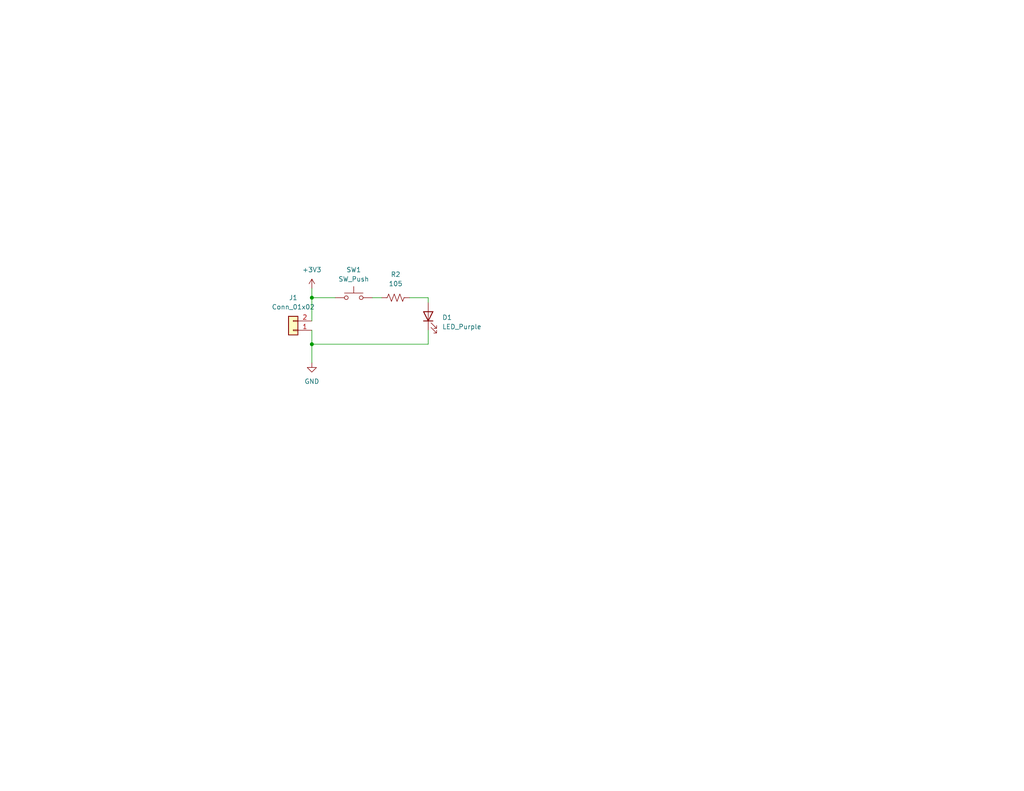
<source format=kicad_sch>
(kicad_sch (version 20231120) (generator "eeschema") (generator_version "8.0")
  (paper "USLetter")
  (title_block (title "LED Project") (date "2024-09-16") (rev "1.0") (company "Illini Solar Car") (comment 1 "Designed By: Rishi Deshpande"))
  (lib_symbols
    (symbol "Connector_Generic:Conn_01x02" (pin_names (offset 1.016) hide)
      (property "Reference" "J" (at 0 2.54 0))
      (property "Value" "Conn_01x02" (at 0 -5.08 0))
      (symbol "Conn_01x02_1_1"
        (rectangle (start -1.27 -2.413) (end 0 -2.667) (stroke (width 0.1524)))
        (rectangle (start -1.27 0.127) (end 0 -0.127) (stroke (width 0.1524)))
        (rectangle (start -1.27 1.27) (end 1.27 -3.81) (stroke (width 0.254)) (fill (type background)))
        (pin passive line (at -5.08 0 0) (length 3.81) (name "Pin_1") (number "1"))
        (pin passive line (at -5.08 -2.54 0) (length 3.81) (name "Pin_2") (number "2"))
      )
    )
    (symbol "Device:LED" (pin_numbers hide) (pin_names (offset 1.016) hide)
      (property "Reference" "D" (at 0 2.54 0))
      (property "Value" "LED" (at 0 -2.54 0))
      (symbol "LED_0_1"
        (polyline (pts (xy -1.27 -1.27) (xy -1.27 1.27)) (stroke (width 0.254)))
        (polyline (pts (xy -1.27 0) (xy 1.27 0)))
        (polyline (pts (xy 1.27 -1.27) (xy 1.27 1.27) (xy -1.27 0) (xy 1.27 -1.27)) (stroke (width 0.254)))
        (polyline (pts (xy -3.048 -0.762) (xy -4.572 -2.286) (xy -3.81 -2.286) (xy -4.572 -2.286) (xy -4.572 -1.524)))
        (polyline (pts (xy -1.778 -0.762) (xy -3.302 -2.286) (xy -2.54 -2.286) (xy -3.302 -2.286) (xy -3.302 -1.524)))
      )
      (symbol "LED_1_1"
        (pin passive line (at -3.81 0 0) (length 2.54) (name "K") (number "1"))
        (pin passive line (at 3.81 0 180) (length 2.54) (name "A") (number "2"))
      )
    )
    (symbol "Switch:SW_Push" (pin_numbers hide) (pin_names (offset 1.016) hide)
      (property "Reference" "SW" (at 1.27 2.54 0))
      (property "Value" "SW_Push" (at 0 -1.524 0))
      (symbol "SW_Push_0_1"
        (circle (center -2.032 0) (radius 0.508))
        (polyline (pts (xy 0 1.27) (xy 0 3.048)))
        (polyline (pts (xy 2.54 1.27) (xy -2.54 1.27)))
        (circle (center 2.032 0) (radius 0.508))
        (pin passive line (at -5.08 0 0) (length 2.54) (name "1") (number "1"))
        (pin passive line (at 5.08 0 180) (length 2.54) (name "2") (number "2"))
      )
    )
    (symbol "device:R_US" (pin_numbers hide) (pin_names (offset 0))
      (property "Reference" "R" (at 2.54 0 90))
      (property "Value" "R_US" (at -2.54 0 90))
      (symbol "R_US_0_1"
        (polyline (pts (xy 0 -2.286) (xy 0 -2.54)))
        (polyline (pts (xy 0 2.286) (xy 0 2.54)))
        (polyline (pts (xy 0 -0.762) (xy 1.016 -1.143) (xy 0 -1.524) (xy -1.016 -1.905) (xy 0 -2.286)))
        (polyline (pts (xy 0 0.762) (xy 1.016 0.381) (xy 0 0) (xy -1.016 -0.381) (xy 0 -0.762)))
        (polyline (pts (xy 0 2.286) (xy 1.016 1.905) (xy 0 1.524) (xy -1.016 1.143) (xy 0 0.762)))
      )
      (symbol "R_US_1_1"
        (pin passive line (at 0 3.81 270) (length 1.27) (name "~") (number "1"))
        (pin passive line (at 0 -3.81 90) (length 1.27) (name "~") (number "2"))
      )
    )
    (symbol "power:+3V3" (power) (pin_names (offset 0))
      (property "Value" "+3V3" (at 0 3.556 0))
      (symbol "+3V3_0_1"
        (polyline (pts (xy -0.762 1.27) (xy 0 2.54)))
        (polyline (pts (xy 0 0) (xy 0 2.54)))
        (polyline (pts (xy 0 2.54) (xy 0.762 1.27)))
      )
      (symbol "+3V3_1_1"
        (pin power_in line (at 0 0 90) (length 0) hide (name "+3V3") (number "1"))
      )
    )
    (symbol "power:GND" (power) (pin_names (offset 0))
      (property "Value" "GND" (at 0 -3.81 0))
      (symbol "GND_0_1"
        (polyline (pts (xy 0 0) (xy 0 -1.27) (xy 1.27 -1.27) (xy 0 -2.54) (xy -1.27 -1.27) (xy 0 -1.27)))
      )
      (symbol "GND_1_1"
        (pin power_in line (at 0 0 270) (length 0) hide (name "GND") (number "1"))
      )
    )
  )
  (junction (at 85.09 81.28))
  (junction (at 85.09 93.98))
  (wire (pts (xy 116.84 90.17) (xy 116.84 93.98)))
  (wire (pts (xy 85.09 93.98) (xy 85.09 90.17)))
  (wire (pts (xy 85.09 78.74) (xy 85.09 81.28)))
  (wire (pts (xy 101.6 81.28) (xy 104.14 81.28)))
  (wire (pts (xy 116.84 93.98) (xy 85.09 93.98)))
  (wire (pts (xy 111.76 81.28) (xy 116.84 81.28)))
  (wire (pts (xy 85.09 81.28) (xy 85.09 87.63)))
  (wire (pts (xy 85.09 81.28) (xy 91.44 81.28)))
  (wire (pts (xy 116.84 81.28) (xy 116.84 82.55)))
  (wire (pts (xy 85.09 93.98) (xy 85.09 99.06)))
  (symbol (lib_id "Device:LED") (at 116.84 86.36 90) (unit 1)
    (property "Reference" "D1" (at 120.65 86.6774 90) (effects (justify right)))
    (property "Value" "LED_Purple" (at 120.65 89.2174 90) (effects (justify right)))
    (property "Footprint" "layout:LED_0603_Symbol_on_F.SilkS" (effects (hide yes)))
    (property "Description" "Light emitting diode" (effects (hide yes)))
  )
  (symbol (lib_id "power:+3V3") (at 85.09 78.74 0) (unit 1)
    (property "Reference" "#PWR01" (effects (hide yes)))
    (property "Value" "+3V3" (at 85.09 73.66 0))
    (property "Description" "Power symbol creates a global label with name \"+3V3\"" (effects (hide yes)))
  )
  (symbol (lib_id "Connector_Generic:Conn_01x02") (at 80.01 90.17 180) (unit 1)
    (property "Reference" "J1" (at 80.01 81.28 0))
    (property "Value" "Conn_01x02" (at 80.01 83.82 0))
    (property "Footprint" "Connector_Molex:Molex_KK-254_AE-6410-02A_1x02_P2.54mm_Vertical" (effects (hide yes)))
    (property "Description" "Generic connector, single row, 01x02, script generated (kicad-library-utils/schlib/autogen/connector/)" (effects (hide yes)))
  )
  (symbol (lib_id "Switch:SW_Push") (at 96.52 81.28 0) (unit 1)
    (property "Reference" "SW1" (at 96.52 73.66 0))
    (property "Value" "SW_Push" (at 96.52 76.2 0))
    (property "Footprint" "Button_Switch_SMD:SW_DIP_SPSTx01_Slide_6.7x4.1mm_W8.61mm_P2.54mm_LowProfile" (effects (hide yes)))
    (property "Description" "Push button switch, generic, two pins" (effects (hide yes)))
  )
  (symbol (lib_id "power:GND") (at 85.09 99.06 0) (unit 1)
    (property "Reference" "#PWR02" (effects (hide yes)))
    (property "Value" "GND" (at 85.09 104.14 0))
    (property "Description" "Power symbol creates a global label with name \"GND\" , ground" (effects (hide yes)))
  )
  (symbol (lib_id "device:R_US") (at 107.95 81.28 270) (unit 1)
    (property "Reference" "R2" (at 107.95 74.93 90))
    (property "Value" "105" (at 107.95 77.47 90))
    (property "Footprint" "Resistor_SMD:R_0603_1608Metric_Pad0.98x0.95mm_HandSolder" (effects (hide yes)))
    (property "Description" "Resistor, US symbol" (effects (hide yes)))
  )
)
</source>
